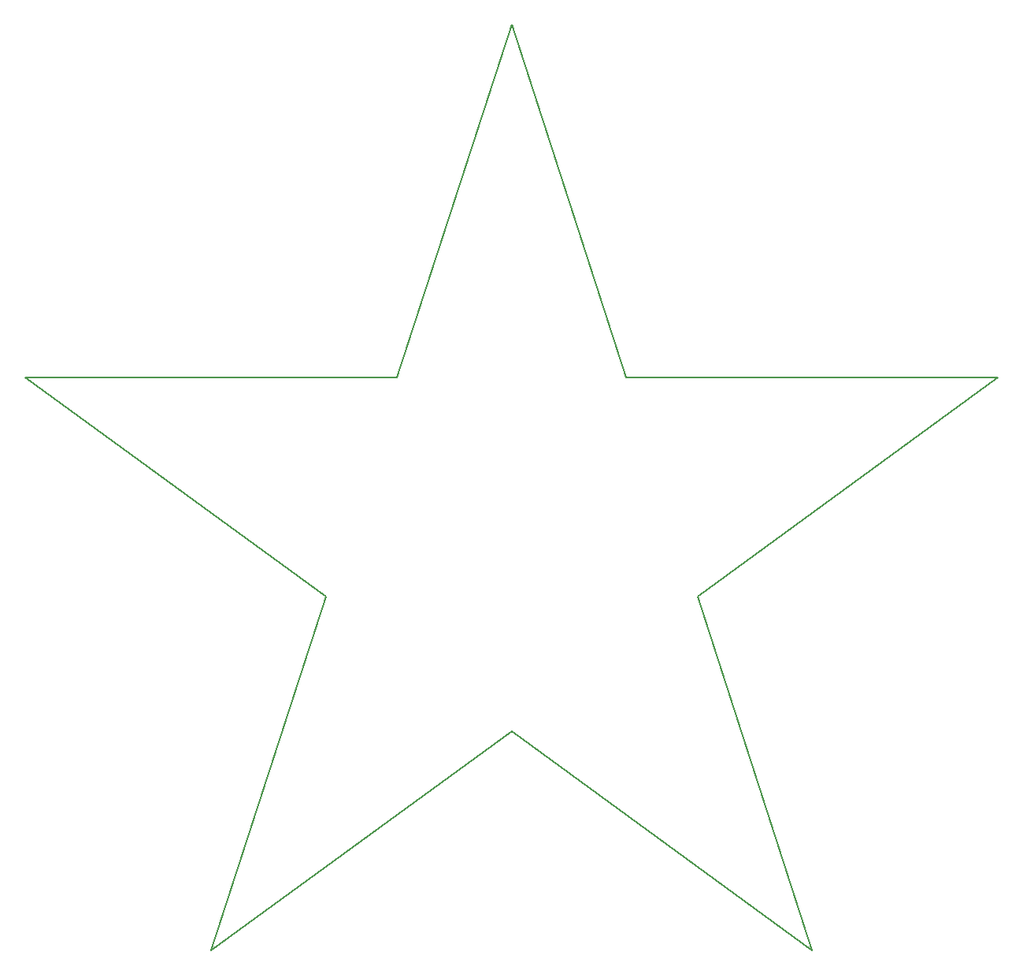
<source format=gbr>
G04 #@! TF.GenerationSoftware,KiCad,Pcbnew,(5.1.8)-1*
G04 #@! TF.CreationDate,2020-12-06T14:54:55-05:00*
G04 #@! TF.ProjectId,Snowflakes,536e6f77-666c-4616-9b65-732e6b696361,rev?*
G04 #@! TF.SameCoordinates,Original*
G04 #@! TF.FileFunction,Profile,NP*
%FSLAX46Y46*%
G04 Gerber Fmt 4.6, Leading zero omitted, Abs format (unit mm)*
G04 Created by KiCad (PCBNEW (5.1.8)-1) date 2020-12-06 14:54:55*
%MOMM*%
%LPD*%
G01*
G04 APERTURE LIST*
G04 #@! TA.AperFunction,Profile*
%ADD10C,0.150000*%
G04 #@! TD*
G04 APERTURE END LIST*
D10*
X47691892Y-83004065D02*
X87650520Y-83002477D01*
X47691892Y-83004065D02*
X80019725Y-106493573D01*
X100000000Y-45000000D02*
X112347556Y-83002477D01*
X132328189Y-144495935D02*
X119980275Y-106493573D01*
X152308108Y-83004065D02*
X119980275Y-106493573D01*
X132328189Y-144495935D02*
X100000000Y-121010000D01*
X152308108Y-83004065D02*
X112347556Y-83002477D01*
X67671811Y-144495935D02*
X100000000Y-121010000D01*
X100000000Y-45000000D02*
X87650520Y-83002477D01*
X67671811Y-144495935D02*
X80019725Y-106493573D01*
M02*

</source>
